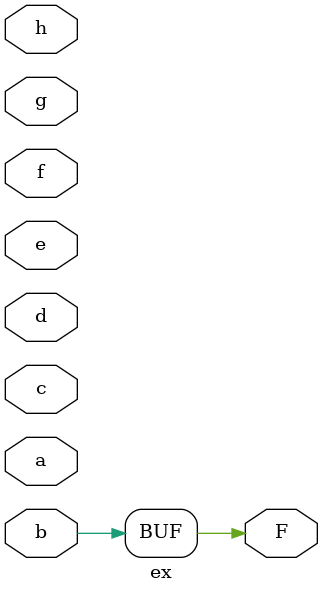
<source format=v>

module ex ( 
    a, b, c, d, e, f, g, h,
    F  );
  input  a, b, c, d, e, f, g, h;
  output F;
  assign F = b;
endmodule



</source>
